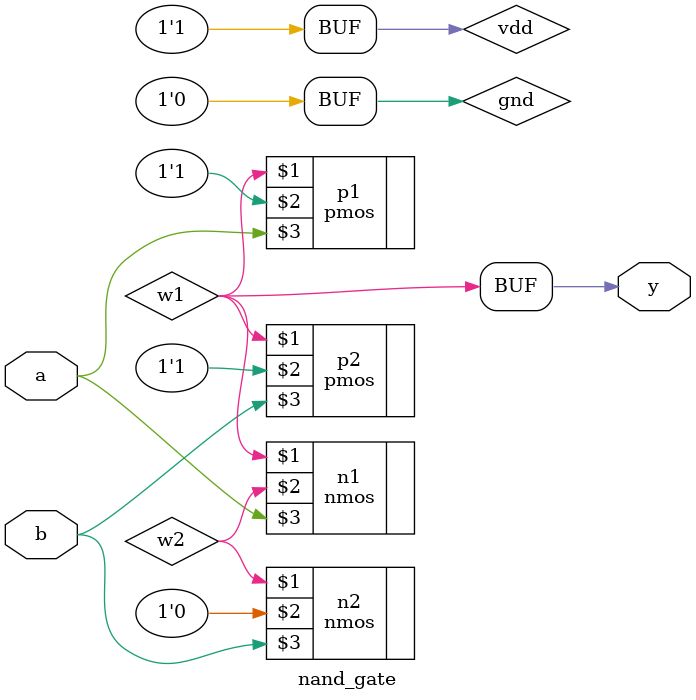
<source format=v>
module nand_gate (
    input a,
    input b,
    output y
);

    supply1 vdd;
    supply0 gnd;
    wire w1;

    // PMOS transistors in parallel - both transistors are connected to VDD and the output
    pmos p1(w1, vdd, a);
    pmos p2(w1, vdd, b);

    // NMOS transistors in series - both transistors are connected to GND and the output
    nmos n1(w1, w2, a);
    nmos n2(w2, gnd, b);

    // Output - the output is connected to the w1 wire
    assign y = w1;

endmodule

    // NAND gate circuit using PMOS and NMOS transistors:
    //
    //        VDD
    //         |
    //    |----|
    //  |-|  |-|
    //  | |  | |
    //  |p1  |p2
    //  | |  | |
    //  |-|  |-|
    //    |----+---- Output (y)
    //    |    |
    //  |-|    |
    //  | |    |
    //  |n1    |
    //  | |    |
    //  |-|    |
    //    |    |
    //  |-|    |
    //  | |    |
    //  |n2    |
    //  | |    |
    //  |-|    |
    //    |    |
    //   GND   |
    //         |
    //    Input a,b


    // PMOS block:
    //     VDD
    //      |
    //   |--+--|
    //   |     |
    // |-+   |-+
    // |p1   |p2
    // |-|   |-|
    //   |     |
    //   |--+--|
    //      |
    //      |
    //    Output

    // NMOS block:
    //    Input
    //      |
    //    |-+
    //    |n1
    //    |-|
    //      |
    //    |-+
    //    |n2
    //    |-|
    //      |
    //     GND

</source>
